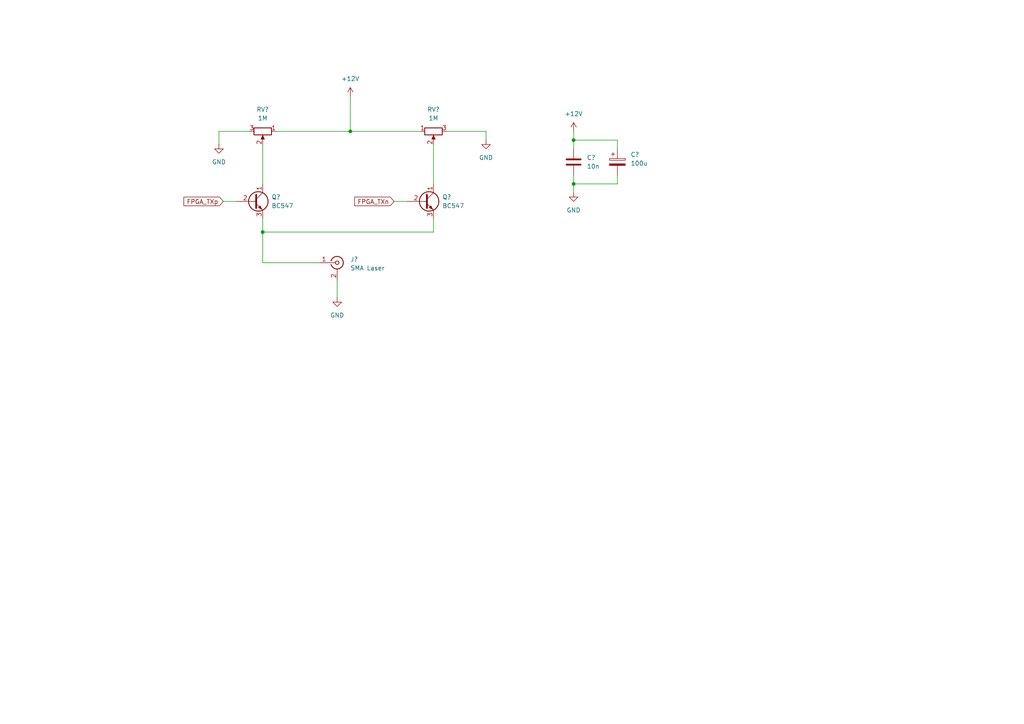
<source format=kicad_sch>
(kicad_sch (version 20211123) (generator eeschema)

  (uuid cc5c3c4b-5bfd-46c9-9ce6-535a22935ab2)

  (paper "A4")

  (lib_symbols
    (symbol "Connector:Conn_Coaxial" (pin_names (offset 1.016) hide) (in_bom yes) (on_board yes)
      (property "Reference" "J" (id 0) (at 0.254 3.048 0)
        (effects (font (size 1.27 1.27)))
      )
      (property "Value" "Conn_Coaxial" (id 1) (at 2.921 0 90)
        (effects (font (size 1.27 1.27)))
      )
      (property "Footprint" "" (id 2) (at 0 0 0)
        (effects (font (size 1.27 1.27)) hide)
      )
      (property "Datasheet" " ~" (id 3) (at 0 0 0)
        (effects (font (size 1.27 1.27)) hide)
      )
      (property "ki_keywords" "BNC SMA SMB SMC LEMO coaxial connector CINCH RCA" (id 4) (at 0 0 0)
        (effects (font (size 1.27 1.27)) hide)
      )
      (property "ki_description" "coaxial connector (BNC, SMA, SMB, SMC, Cinch/RCA, LEMO, ...)" (id 5) (at 0 0 0)
        (effects (font (size 1.27 1.27)) hide)
      )
      (property "ki_fp_filters" "*BNC* *SMA* *SMB* *SMC* *Cinch* *LEMO*" (id 6) (at 0 0 0)
        (effects (font (size 1.27 1.27)) hide)
      )
      (symbol "Conn_Coaxial_0_1"
        (arc (start -1.778 -0.508) (mid 0.2311 -1.8066) (end 1.778 0)
          (stroke (width 0.254) (type default) (color 0 0 0 0))
          (fill (type none))
        )
        (polyline
          (pts
            (xy -2.54 0)
            (xy -0.508 0)
          )
          (stroke (width 0) (type default) (color 0 0 0 0))
          (fill (type none))
        )
        (polyline
          (pts
            (xy 0 -2.54)
            (xy 0 -1.778)
          )
          (stroke (width 0) (type default) (color 0 0 0 0))
          (fill (type none))
        )
        (circle (center 0 0) (radius 0.508)
          (stroke (width 0.2032) (type default) (color 0 0 0 0))
          (fill (type none))
        )
        (arc (start 1.778 0) (mid 0.2099 1.8101) (end -1.778 0.508)
          (stroke (width 0.254) (type default) (color 0 0 0 0))
          (fill (type none))
        )
      )
      (symbol "Conn_Coaxial_1_1"
        (pin passive line (at -5.08 0 0) (length 2.54)
          (name "In" (effects (font (size 1.27 1.27))))
          (number "1" (effects (font (size 1.27 1.27))))
        )
        (pin passive line (at 0 -5.08 90) (length 2.54)
          (name "Ext" (effects (font (size 1.27 1.27))))
          (number "2" (effects (font (size 1.27 1.27))))
        )
      )
    )
    (symbol "Device:C" (pin_numbers hide) (pin_names (offset 0.254)) (in_bom yes) (on_board yes)
      (property "Reference" "C" (id 0) (at 0.635 2.54 0)
        (effects (font (size 1.27 1.27)) (justify left))
      )
      (property "Value" "C" (id 1) (at 0.635 -2.54 0)
        (effects (font (size 1.27 1.27)) (justify left))
      )
      (property "Footprint" "" (id 2) (at 0.9652 -3.81 0)
        (effects (font (size 1.27 1.27)) hide)
      )
      (property "Datasheet" "~" (id 3) (at 0 0 0)
        (effects (font (size 1.27 1.27)) hide)
      )
      (property "ki_keywords" "cap capacitor" (id 4) (at 0 0 0)
        (effects (font (size 1.27 1.27)) hide)
      )
      (property "ki_description" "Unpolarized capacitor" (id 5) (at 0 0 0)
        (effects (font (size 1.27 1.27)) hide)
      )
      (property "ki_fp_filters" "C_*" (id 6) (at 0 0 0)
        (effects (font (size 1.27 1.27)) hide)
      )
      (symbol "C_0_1"
        (polyline
          (pts
            (xy -2.032 -0.762)
            (xy 2.032 -0.762)
          )
          (stroke (width 0.508) (type default) (color 0 0 0 0))
          (fill (type none))
        )
        (polyline
          (pts
            (xy -2.032 0.762)
            (xy 2.032 0.762)
          )
          (stroke (width 0.508) (type default) (color 0 0 0 0))
          (fill (type none))
        )
      )
      (symbol "C_1_1"
        (pin passive line (at 0 3.81 270) (length 2.794)
          (name "~" (effects (font (size 1.27 1.27))))
          (number "1" (effects (font (size 1.27 1.27))))
        )
        (pin passive line (at 0 -3.81 90) (length 2.794)
          (name "~" (effects (font (size 1.27 1.27))))
          (number "2" (effects (font (size 1.27 1.27))))
        )
      )
    )
    (symbol "Device:C_Polarized" (pin_numbers hide) (pin_names (offset 0.254)) (in_bom yes) (on_board yes)
      (property "Reference" "C" (id 0) (at 0.635 2.54 0)
        (effects (font (size 1.27 1.27)) (justify left))
      )
      (property "Value" "C_Polarized" (id 1) (at 0.635 -2.54 0)
        (effects (font (size 1.27 1.27)) (justify left))
      )
      (property "Footprint" "" (id 2) (at 0.9652 -3.81 0)
        (effects (font (size 1.27 1.27)) hide)
      )
      (property "Datasheet" "~" (id 3) (at 0 0 0)
        (effects (font (size 1.27 1.27)) hide)
      )
      (property "ki_keywords" "cap capacitor" (id 4) (at 0 0 0)
        (effects (font (size 1.27 1.27)) hide)
      )
      (property "ki_description" "Polarized capacitor" (id 5) (at 0 0 0)
        (effects (font (size 1.27 1.27)) hide)
      )
      (property "ki_fp_filters" "CP_*" (id 6) (at 0 0 0)
        (effects (font (size 1.27 1.27)) hide)
      )
      (symbol "C_Polarized_0_1"
        (rectangle (start -2.286 0.508) (end 2.286 1.016)
          (stroke (width 0) (type default) (color 0 0 0 0))
          (fill (type none))
        )
        (polyline
          (pts
            (xy -1.778 2.286)
            (xy -0.762 2.286)
          )
          (stroke (width 0) (type default) (color 0 0 0 0))
          (fill (type none))
        )
        (polyline
          (pts
            (xy -1.27 2.794)
            (xy -1.27 1.778)
          )
          (stroke (width 0) (type default) (color 0 0 0 0))
          (fill (type none))
        )
        (rectangle (start 2.286 -0.508) (end -2.286 -1.016)
          (stroke (width 0) (type default) (color 0 0 0 0))
          (fill (type outline))
        )
      )
      (symbol "C_Polarized_1_1"
        (pin passive line (at 0 3.81 270) (length 2.794)
          (name "~" (effects (font (size 1.27 1.27))))
          (number "1" (effects (font (size 1.27 1.27))))
        )
        (pin passive line (at 0 -3.81 90) (length 2.794)
          (name "~" (effects (font (size 1.27 1.27))))
          (number "2" (effects (font (size 1.27 1.27))))
        )
      )
    )
    (symbol "Device:R_Potentiometer" (pin_names (offset 1.016) hide) (in_bom yes) (on_board yes)
      (property "Reference" "RV" (id 0) (at -4.445 0 90)
        (effects (font (size 1.27 1.27)))
      )
      (property "Value" "R_Potentiometer" (id 1) (at -2.54 0 90)
        (effects (font (size 1.27 1.27)))
      )
      (property "Footprint" "" (id 2) (at 0 0 0)
        (effects (font (size 1.27 1.27)) hide)
      )
      (property "Datasheet" "~" (id 3) (at 0 0 0)
        (effects (font (size 1.27 1.27)) hide)
      )
      (property "ki_keywords" "resistor variable" (id 4) (at 0 0 0)
        (effects (font (size 1.27 1.27)) hide)
      )
      (property "ki_description" "Potentiometer" (id 5) (at 0 0 0)
        (effects (font (size 1.27 1.27)) hide)
      )
      (property "ki_fp_filters" "Potentiometer*" (id 6) (at 0 0 0)
        (effects (font (size 1.27 1.27)) hide)
      )
      (symbol "R_Potentiometer_0_1"
        (polyline
          (pts
            (xy 2.54 0)
            (xy 1.524 0)
          )
          (stroke (width 0) (type default) (color 0 0 0 0))
          (fill (type none))
        )
        (polyline
          (pts
            (xy 1.143 0)
            (xy 2.286 0.508)
            (xy 2.286 -0.508)
            (xy 1.143 0)
          )
          (stroke (width 0) (type default) (color 0 0 0 0))
          (fill (type outline))
        )
        (rectangle (start 1.016 2.54) (end -1.016 -2.54)
          (stroke (width 0.254) (type default) (color 0 0 0 0))
          (fill (type none))
        )
      )
      (symbol "R_Potentiometer_1_1"
        (pin passive line (at 0 3.81 270) (length 1.27)
          (name "1" (effects (font (size 1.27 1.27))))
          (number "1" (effects (font (size 1.27 1.27))))
        )
        (pin passive line (at 3.81 0 180) (length 1.27)
          (name "2" (effects (font (size 1.27 1.27))))
          (number "2" (effects (font (size 1.27 1.27))))
        )
        (pin passive line (at 0 -3.81 90) (length 1.27)
          (name "3" (effects (font (size 1.27 1.27))))
          (number "3" (effects (font (size 1.27 1.27))))
        )
      )
    )
    (symbol "Transistor_BJT:BC547" (pin_names (offset 0) hide) (in_bom yes) (on_board yes)
      (property "Reference" "Q" (id 0) (at 5.08 1.905 0)
        (effects (font (size 1.27 1.27)) (justify left))
      )
      (property "Value" "BC547" (id 1) (at 5.08 0 0)
        (effects (font (size 1.27 1.27)) (justify left))
      )
      (property "Footprint" "Package_TO_SOT_THT:TO-92_Inline" (id 2) (at 5.08 -1.905 0)
        (effects (font (size 1.27 1.27) italic) (justify left) hide)
      )
      (property "Datasheet" "https://www.onsemi.com/pub/Collateral/BC550-D.pdf" (id 3) (at 0 0 0)
        (effects (font (size 1.27 1.27)) (justify left) hide)
      )
      (property "ki_keywords" "NPN Transistor" (id 4) (at 0 0 0)
        (effects (font (size 1.27 1.27)) hide)
      )
      (property "ki_description" "0.1A Ic, 45V Vce, Small Signal NPN Transistor, TO-92" (id 5) (at 0 0 0)
        (effects (font (size 1.27 1.27)) hide)
      )
      (property "ki_fp_filters" "TO?92*" (id 6) (at 0 0 0)
        (effects (font (size 1.27 1.27)) hide)
      )
      (symbol "BC547_0_1"
        (polyline
          (pts
            (xy 0 0)
            (xy 0.635 0)
          )
          (stroke (width 0) (type default) (color 0 0 0 0))
          (fill (type none))
        )
        (polyline
          (pts
            (xy 0.635 0.635)
            (xy 2.54 2.54)
          )
          (stroke (width 0) (type default) (color 0 0 0 0))
          (fill (type none))
        )
        (polyline
          (pts
            (xy 0.635 -0.635)
            (xy 2.54 -2.54)
            (xy 2.54 -2.54)
          )
          (stroke (width 0) (type default) (color 0 0 0 0))
          (fill (type none))
        )
        (polyline
          (pts
            (xy 0.635 1.905)
            (xy 0.635 -1.905)
            (xy 0.635 -1.905)
          )
          (stroke (width 0.508) (type default) (color 0 0 0 0))
          (fill (type none))
        )
        (polyline
          (pts
            (xy 1.27 -1.778)
            (xy 1.778 -1.27)
            (xy 2.286 -2.286)
            (xy 1.27 -1.778)
            (xy 1.27 -1.778)
          )
          (stroke (width 0) (type default) (color 0 0 0 0))
          (fill (type outline))
        )
        (circle (center 1.27 0) (radius 2.8194)
          (stroke (width 0.254) (type default) (color 0 0 0 0))
          (fill (type none))
        )
      )
      (symbol "BC547_1_1"
        (pin passive line (at 2.54 5.08 270) (length 2.54)
          (name "C" (effects (font (size 1.27 1.27))))
          (number "1" (effects (font (size 1.27 1.27))))
        )
        (pin input line (at -5.08 0 0) (length 5.08)
          (name "B" (effects (font (size 1.27 1.27))))
          (number "2" (effects (font (size 1.27 1.27))))
        )
        (pin passive line (at 2.54 -5.08 90) (length 2.54)
          (name "E" (effects (font (size 1.27 1.27))))
          (number "3" (effects (font (size 1.27 1.27))))
        )
      )
    )
    (symbol "power:+12V" (power) (pin_names (offset 0)) (in_bom yes) (on_board yes)
      (property "Reference" "#PWR" (id 0) (at 0 -3.81 0)
        (effects (font (size 1.27 1.27)) hide)
      )
      (property "Value" "+12V" (id 1) (at 0 3.556 0)
        (effects (font (size 1.27 1.27)))
      )
      (property "Footprint" "" (id 2) (at 0 0 0)
        (effects (font (size 1.27 1.27)) hide)
      )
      (property "Datasheet" "" (id 3) (at 0 0 0)
        (effects (font (size 1.27 1.27)) hide)
      )
      (property "ki_keywords" "global power" (id 4) (at 0 0 0)
        (effects (font (size 1.27 1.27)) hide)
      )
      (property "ki_description" "Power symbol creates a global label with name \"+12V\"" (id 5) (at 0 0 0)
        (effects (font (size 1.27 1.27)) hide)
      )
      (symbol "+12V_0_1"
        (polyline
          (pts
            (xy -0.762 1.27)
            (xy 0 2.54)
          )
          (stroke (width 0) (type default) (color 0 0 0 0))
          (fill (type none))
        )
        (polyline
          (pts
            (xy 0 0)
            (xy 0 2.54)
          )
          (stroke (width 0) (type default) (color 0 0 0 0))
          (fill (type none))
        )
        (polyline
          (pts
            (xy 0 2.54)
            (xy 0.762 1.27)
          )
          (stroke (width 0) (type default) (color 0 0 0 0))
          (fill (type none))
        )
      )
      (symbol "+12V_1_1"
        (pin power_in line (at 0 0 90) (length 0) hide
          (name "+12V" (effects (font (size 1.27 1.27))))
          (number "1" (effects (font (size 1.27 1.27))))
        )
      )
    )
    (symbol "power:GND" (power) (pin_names (offset 0)) (in_bom yes) (on_board yes)
      (property "Reference" "#PWR" (id 0) (at 0 -6.35 0)
        (effects (font (size 1.27 1.27)) hide)
      )
      (property "Value" "GND" (id 1) (at 0 -3.81 0)
        (effects (font (size 1.27 1.27)))
      )
      (property "Footprint" "" (id 2) (at 0 0 0)
        (effects (font (size 1.27 1.27)) hide)
      )
      (property "Datasheet" "" (id 3) (at 0 0 0)
        (effects (font (size 1.27 1.27)) hide)
      )
      (property "ki_keywords" "global power" (id 4) (at 0 0 0)
        (effects (font (size 1.27 1.27)) hide)
      )
      (property "ki_description" "Power symbol creates a global label with name \"GND\" , ground" (id 5) (at 0 0 0)
        (effects (font (size 1.27 1.27)) hide)
      )
      (symbol "GND_0_1"
        (polyline
          (pts
            (xy 0 0)
            (xy 0 -1.27)
            (xy 1.27 -1.27)
            (xy 0 -2.54)
            (xy -1.27 -1.27)
            (xy 0 -1.27)
          )
          (stroke (width 0) (type default) (color 0 0 0 0))
          (fill (type none))
        )
      )
      (symbol "GND_1_1"
        (pin power_in line (at 0 0 270) (length 0) hide
          (name "GND" (effects (font (size 1.27 1.27))))
          (number "1" (effects (font (size 1.27 1.27))))
        )
      )
    )
  )

  (junction (at 166.37 53.34) (diameter 0) (color 0 0 0 0)
    (uuid 2828adda-0697-4713-9ef7-070b798c9af4)
  )
  (junction (at 101.6 38.1) (diameter 0) (color 0 0 0 0)
    (uuid aa8a747b-39a4-4edb-97bf-f5dbb5971484)
  )
  (junction (at 166.37 40.64) (diameter 0) (color 0 0 0 0)
    (uuid d40c8948-fb14-42eb-b1ad-cdccce74b7f7)
  )
  (junction (at 76.2 67.31) (diameter 0) (color 0 0 0 0)
    (uuid f05ed698-c9c2-4b46-a555-959d96f9e72a)
  )

  (wire (pts (xy 63.5 38.1) (xy 63.5 41.91))
    (stroke (width 0) (type default) (color 0 0 0 0))
    (uuid 0877f4f7-3055-43a7-9221-6ba1b432c405)
  )
  (wire (pts (xy 166.37 40.64) (xy 166.37 43.18))
    (stroke (width 0) (type default) (color 0 0 0 0))
    (uuid 1ea21587-c783-4c1d-874b-aa4a3275d7ea)
  )
  (wire (pts (xy 97.79 81.28) (xy 97.79 86.36))
    (stroke (width 0) (type default) (color 0 0 0 0))
    (uuid 2b6598d5-332b-486a-9e3a-054f74445f25)
  )
  (wire (pts (xy 101.6 38.1) (xy 121.92 38.1))
    (stroke (width 0) (type default) (color 0 0 0 0))
    (uuid 44944fc9-5ede-48fc-a628-ee9dc8d6c57a)
  )
  (wire (pts (xy 76.2 76.2) (xy 92.71 76.2))
    (stroke (width 0) (type default) (color 0 0 0 0))
    (uuid 4497e5f9-2e80-4f88-b14b-30755c3e5e22)
  )
  (wire (pts (xy 125.73 41.91) (xy 125.73 53.34))
    (stroke (width 0) (type default) (color 0 0 0 0))
    (uuid 4558c1b4-ba8f-475e-bec9-cb5ae2d4795e)
  )
  (wire (pts (xy 76.2 67.31) (xy 125.73 67.31))
    (stroke (width 0) (type default) (color 0 0 0 0))
    (uuid 46442d49-e245-47ad-a053-65865d1380ba)
  )
  (wire (pts (xy 72.39 38.1) (xy 63.5 38.1))
    (stroke (width 0) (type default) (color 0 0 0 0))
    (uuid 48eeb32c-e725-40e4-b329-30a7346ed114)
  )
  (wire (pts (xy 129.54 38.1) (xy 140.97 38.1))
    (stroke (width 0) (type default) (color 0 0 0 0))
    (uuid 493b85c1-a6dd-4922-9929-6d7b50a77e81)
  )
  (wire (pts (xy 101.6 27.94) (xy 101.6 38.1))
    (stroke (width 0) (type default) (color 0 0 0 0))
    (uuid 6160d586-eea4-45a4-b068-043b397639ca)
  )
  (wire (pts (xy 166.37 38.1) (xy 166.37 40.64))
    (stroke (width 0) (type default) (color 0 0 0 0))
    (uuid 63fc3307-5f59-4277-8358-bb41a5cc3162)
  )
  (wire (pts (xy 166.37 53.34) (xy 166.37 55.88))
    (stroke (width 0) (type default) (color 0 0 0 0))
    (uuid 6a3c6394-4b45-43a2-a141-988c3b31d494)
  )
  (wire (pts (xy 179.07 53.34) (xy 166.37 53.34))
    (stroke (width 0) (type default) (color 0 0 0 0))
    (uuid 6e5c2974-fe5a-4fba-8364-5c04ae631e70)
  )
  (wire (pts (xy 179.07 50.8) (xy 179.07 53.34))
    (stroke (width 0) (type default) (color 0 0 0 0))
    (uuid 85b1095a-80a2-491a-9ff0-e6e34bb13293)
  )
  (wire (pts (xy 76.2 63.5) (xy 76.2 67.31))
    (stroke (width 0) (type default) (color 0 0 0 0))
    (uuid 9b34b694-692f-4835-9eca-36e64395a4e8)
  )
  (wire (pts (xy 76.2 67.31) (xy 76.2 76.2))
    (stroke (width 0) (type default) (color 0 0 0 0))
    (uuid a595f0f8-cbd2-4f7c-a101-c01cb8843e37)
  )
  (wire (pts (xy 114.3 58.42) (xy 118.11 58.42))
    (stroke (width 0) (type default) (color 0 0 0 0))
    (uuid b08a4da2-e3f4-49b1-a78a-25bf9f2f2c0e)
  )
  (wire (pts (xy 125.73 63.5) (xy 125.73 67.31))
    (stroke (width 0) (type default) (color 0 0 0 0))
    (uuid b47c975f-c334-4487-80a8-85c39a3b953b)
  )
  (wire (pts (xy 179.07 40.64) (xy 166.37 40.64))
    (stroke (width 0) (type default) (color 0 0 0 0))
    (uuid c86da1d1-5c71-4a16-9f95-60d062379860)
  )
  (wire (pts (xy 101.6 38.1) (xy 80.01 38.1))
    (stroke (width 0) (type default) (color 0 0 0 0))
    (uuid caa9c090-483e-4711-967f-d0aec667d3ef)
  )
  (wire (pts (xy 140.97 38.1) (xy 140.97 40.64))
    (stroke (width 0) (type default) (color 0 0 0 0))
    (uuid d7886739-6f0e-498e-bf0f-7df451d584a7)
  )
  (wire (pts (xy 76.2 41.91) (xy 76.2 53.34))
    (stroke (width 0) (type default) (color 0 0 0 0))
    (uuid e0e2e40d-55c6-4d8d-859c-73a49a31ece0)
  )
  (wire (pts (xy 166.37 50.8) (xy 166.37 53.34))
    (stroke (width 0) (type default) (color 0 0 0 0))
    (uuid f8115c05-4afb-43f1-8534-7be04230c706)
  )
  (wire (pts (xy 179.07 43.18) (xy 179.07 40.64))
    (stroke (width 0) (type default) (color 0 0 0 0))
    (uuid f8387313-1b0e-4ac6-b180-4563394a277e)
  )
  (wire (pts (xy 64.77 58.42) (xy 68.58 58.42))
    (stroke (width 0) (type default) (color 0 0 0 0))
    (uuid fd3b3445-ee32-4a57-9954-83852a0b830f)
  )

  (global_label "FPGA_TXp" (shape input) (at 64.77 58.42 180) (fields_autoplaced)
    (effects (font (size 1.27 1.27)) (justify right))
    (uuid 8ccaad2b-5f61-42c4-953a-b14ff678e65b)
    (property "Intersheet References" "${INTERSHEET_REFS}" (id 0) (at 53.3459 58.3406 0)
      (effects (font (size 1.27 1.27)) (justify right) hide)
    )
  )
  (global_label "FPGA_TXn" (shape input) (at 114.3 58.42 180) (fields_autoplaced)
    (effects (font (size 1.27 1.27)) (justify right))
    (uuid f8d75c21-49d7-4c0c-a98e-95938f52feaf)
    (property "Intersheet References" "${INTERSHEET_REFS}" (id 0) (at 102.8759 58.3406 0)
      (effects (font (size 1.27 1.27)) (justify right) hide)
    )
  )

  (symbol (lib_id "power:GND") (at 97.79 86.36 0) (unit 1)
    (in_bom yes) (on_board yes) (fields_autoplaced)
    (uuid 0c6ed39a-701c-41be-adfc-689bfe655b3b)
    (property "Reference" "#PWR?" (id 0) (at 97.79 92.71 0)
      (effects (font (size 1.27 1.27)) hide)
    )
    (property "Value" "GND" (id 1) (at 97.79 91.44 0))
    (property "Footprint" "" (id 2) (at 97.79 86.36 0)
      (effects (font (size 1.27 1.27)) hide)
    )
    (property "Datasheet" "" (id 3) (at 97.79 86.36 0)
      (effects (font (size 1.27 1.27)) hide)
    )
    (pin "1" (uuid c620b59f-ed57-4bb0-a610-4b95c709c5e7))
  )

  (symbol (lib_id "Device:C") (at 166.37 46.99 180) (unit 1)
    (in_bom yes) (on_board yes) (fields_autoplaced)
    (uuid 1b538f74-ab92-4585-a65b-84f8041cd586)
    (property "Reference" "C?" (id 0) (at 170.18 45.7199 0)
      (effects (font (size 1.27 1.27)) (justify right))
    )
    (property "Value" "10n" (id 1) (at 170.18 48.2599 0)
      (effects (font (size 1.27 1.27)) (justify right))
    )
    (property "Footprint" "" (id 2) (at 165.4048 43.18 0)
      (effects (font (size 1.27 1.27)) hide)
    )
    (property "Datasheet" "~" (id 3) (at 166.37 46.99 0)
      (effects (font (size 1.27 1.27)) hide)
    )
    (pin "1" (uuid 655e9a19-f17b-4890-bd7e-b8fa9a49b91e))
    (pin "2" (uuid 15173443-ce60-4d73-810a-c68451ca426f))
  )

  (symbol (lib_id "Device:R_Potentiometer") (at 125.73 38.1 90) (mirror x) (unit 1)
    (in_bom yes) (on_board yes) (fields_autoplaced)
    (uuid 25e47e93-44be-44a1-aa82-354ff90cc364)
    (property "Reference" "RV?" (id 0) (at 125.73 31.75 90))
    (property "Value" "1M" (id 1) (at 125.73 34.29 90))
    (property "Footprint" "" (id 2) (at 125.73 38.1 0)
      (effects (font (size 1.27 1.27)) hide)
    )
    (property "Datasheet" "~" (id 3) (at 125.73 38.1 0)
      (effects (font (size 1.27 1.27)) hide)
    )
    (pin "1" (uuid 09bafee8-4b93-4226-860f-6b51e99bd21d))
    (pin "2" (uuid 787d67a2-9597-4ab6-8b2b-2f4c3ae6147f))
    (pin "3" (uuid 099af11e-307b-4e54-873a-7fa04946be8a))
  )

  (symbol (lib_id "Transistor_BJT:BC547") (at 73.66 58.42 0) (unit 1)
    (in_bom yes) (on_board yes) (fields_autoplaced)
    (uuid 6e0ffea8-5386-4e8c-a54a-4c97daba7d0a)
    (property "Reference" "Q?" (id 0) (at 78.74 57.1499 0)
      (effects (font (size 1.27 1.27)) (justify left))
    )
    (property "Value" "BC547" (id 1) (at 78.74 59.6899 0)
      (effects (font (size 1.27 1.27)) (justify left))
    )
    (property "Footprint" "Package_TO_SOT_THT:TO-92_Inline" (id 2) (at 78.74 60.325 0)
      (effects (font (size 1.27 1.27) italic) (justify left) hide)
    )
    (property "Datasheet" "https://www.onsemi.com/pub/Collateral/BC550-D.pdf" (id 3) (at 73.66 58.42 0)
      (effects (font (size 1.27 1.27)) (justify left) hide)
    )
    (pin "1" (uuid bd067faa-6145-46aa-8130-46f2f78b2088))
    (pin "2" (uuid 7afb6431-0869-43bf-be2c-32ab8597abf1))
    (pin "3" (uuid 9f2ad8bc-57a2-452f-b844-aba1fc7d9031))
  )

  (symbol (lib_id "power:GND") (at 166.37 55.88 0) (unit 1)
    (in_bom yes) (on_board yes) (fields_autoplaced)
    (uuid 7124c855-e07e-454b-9e5c-ebd11f0fb0ad)
    (property "Reference" "#PWR?" (id 0) (at 166.37 62.23 0)
      (effects (font (size 1.27 1.27)) hide)
    )
    (property "Value" "GND" (id 1) (at 166.37 60.96 0))
    (property "Footprint" "" (id 2) (at 166.37 55.88 0)
      (effects (font (size 1.27 1.27)) hide)
    )
    (property "Datasheet" "" (id 3) (at 166.37 55.88 0)
      (effects (font (size 1.27 1.27)) hide)
    )
    (pin "1" (uuid 0d0addbd-97fb-494b-a5a5-2e57c5b460f7))
  )

  (symbol (lib_id "Transistor_BJT:BC547") (at 123.19 58.42 0) (unit 1)
    (in_bom yes) (on_board yes) (fields_autoplaced)
    (uuid 8d8127ef-c0d8-4ad7-9c7a-e50090195e52)
    (property "Reference" "Q?" (id 0) (at 128.27 57.1499 0)
      (effects (font (size 1.27 1.27)) (justify left))
    )
    (property "Value" "BC547" (id 1) (at 128.27 59.6899 0)
      (effects (font (size 1.27 1.27)) (justify left))
    )
    (property "Footprint" "Package_TO_SOT_THT:TO-92_Inline" (id 2) (at 128.27 60.325 0)
      (effects (font (size 1.27 1.27) italic) (justify left) hide)
    )
    (property "Datasheet" "https://www.onsemi.com/pub/Collateral/BC550-D.pdf" (id 3) (at 123.19 58.42 0)
      (effects (font (size 1.27 1.27)) (justify left) hide)
    )
    (pin "1" (uuid c40a9131-dfb6-43e7-8402-e9c33172f050))
    (pin "2" (uuid 380f491b-7db6-4b4e-bddb-da11b1174832))
    (pin "3" (uuid bace4be7-5ca2-48c8-9d92-72c1423b7c1b))
  )

  (symbol (lib_id "power:GND") (at 63.5 41.91 0) (unit 1)
    (in_bom yes) (on_board yes) (fields_autoplaced)
    (uuid a5dd958f-3681-4f56-93b2-0e1f5d031441)
    (property "Reference" "#PWR?" (id 0) (at 63.5 48.26 0)
      (effects (font (size 1.27 1.27)) hide)
    )
    (property "Value" "GND" (id 1) (at 63.5 46.99 0))
    (property "Footprint" "" (id 2) (at 63.5 41.91 0)
      (effects (font (size 1.27 1.27)) hide)
    )
    (property "Datasheet" "" (id 3) (at 63.5 41.91 0)
      (effects (font (size 1.27 1.27)) hide)
    )
    (pin "1" (uuid f6cf4474-3e84-4a1c-bf27-6f71a1eadced))
  )

  (symbol (lib_id "power:GND") (at 140.97 40.64 0) (unit 1)
    (in_bom yes) (on_board yes) (fields_autoplaced)
    (uuid aef051ad-8367-453f-aa39-d5570e27e25d)
    (property "Reference" "#PWR?" (id 0) (at 140.97 46.99 0)
      (effects (font (size 1.27 1.27)) hide)
    )
    (property "Value" "GND" (id 1) (at 140.97 45.72 0))
    (property "Footprint" "" (id 2) (at 140.97 40.64 0)
      (effects (font (size 1.27 1.27)) hide)
    )
    (property "Datasheet" "" (id 3) (at 140.97 40.64 0)
      (effects (font (size 1.27 1.27)) hide)
    )
    (pin "1" (uuid b9b29920-6bab-4cdc-b094-4310cbac73f0))
  )

  (symbol (lib_id "Device:R_Potentiometer") (at 76.2 38.1 270) (unit 1)
    (in_bom yes) (on_board yes) (fields_autoplaced)
    (uuid d63c2fbb-0914-4f36-9e53-d7539a6f24d1)
    (property "Reference" "RV?" (id 0) (at 76.2 31.75 90))
    (property "Value" "1M" (id 1) (at 76.2 34.29 90))
    (property "Footprint" "" (id 2) (at 76.2 38.1 0)
      (effects (font (size 1.27 1.27)) hide)
    )
    (property "Datasheet" "~" (id 3) (at 76.2 38.1 0)
      (effects (font (size 1.27 1.27)) hide)
    )
    (pin "1" (uuid ebe40b6f-941c-4c16-a657-d22c5d134a67))
    (pin "2" (uuid 9fc714e8-03d6-4276-b36a-afed900093c0))
    (pin "3" (uuid 37ec492e-25ba-4102-b54e-118d2637cf3f))
  )

  (symbol (lib_id "Device:C_Polarized") (at 179.07 46.99 0) (unit 1)
    (in_bom yes) (on_board yes) (fields_autoplaced)
    (uuid dc56ec01-32aa-4678-becf-2073f89d64c8)
    (property "Reference" "C?" (id 0) (at 182.88 44.8309 0)
      (effects (font (size 1.27 1.27)) (justify left))
    )
    (property "Value" "100u" (id 1) (at 182.88 47.3709 0)
      (effects (font (size 1.27 1.27)) (justify left))
    )
    (property "Footprint" "" (id 2) (at 180.0352 50.8 0)
      (effects (font (size 1.27 1.27)) hide)
    )
    (property "Datasheet" "~" (id 3) (at 179.07 46.99 0)
      (effects (font (size 1.27 1.27)) hide)
    )
    (pin "1" (uuid 92a1c569-01a7-445b-b949-b6381af62968))
    (pin "2" (uuid ebdd0962-f0be-46e3-b98a-de36529aeb86))
  )

  (symbol (lib_id "power:+12V") (at 166.37 38.1 0) (unit 1)
    (in_bom yes) (on_board yes) (fields_autoplaced)
    (uuid dcd0f812-6344-4da4-b1c0-157c25dfccc4)
    (property "Reference" "#PWR?" (id 0) (at 166.37 41.91 0)
      (effects (font (size 1.27 1.27)) hide)
    )
    (property "Value" "+12V" (id 1) (at 166.37 33.02 0))
    (property "Footprint" "" (id 2) (at 166.37 38.1 0)
      (effects (font (size 1.27 1.27)) hide)
    )
    (property "Datasheet" "" (id 3) (at 166.37 38.1 0)
      (effects (font (size 1.27 1.27)) hide)
    )
    (pin "1" (uuid f33b5a8e-573f-44f0-934a-54a76d38fb3c))
  )

  (symbol (lib_id "Connector:Conn_Coaxial") (at 97.79 76.2 0) (unit 1)
    (in_bom yes) (on_board yes) (fields_autoplaced)
    (uuid eeb89718-1c57-423e-9dc0-93ed596b4c01)
    (property "Reference" "J?" (id 0) (at 101.6 75.2231 0)
      (effects (font (size 1.27 1.27)) (justify left))
    )
    (property "Value" "SMA Laser" (id 1) (at 101.6 77.7631 0)
      (effects (font (size 1.27 1.27)) (justify left))
    )
    (property "Footprint" "" (id 2) (at 97.79 76.2 0)
      (effects (font (size 1.27 1.27)) hide)
    )
    (property "Datasheet" " ~" (id 3) (at 97.79 76.2 0)
      (effects (font (size 1.27 1.27)) hide)
    )
    (pin "1" (uuid ae4e45c2-aa38-4c49-b2dc-2b3d0d51436a))
    (pin "2" (uuid a7b5a14a-fab3-4605-bbdf-ffd0ef668370))
  )

  (symbol (lib_id "power:+12V") (at 101.6 27.94 0) (unit 1)
    (in_bom yes) (on_board yes) (fields_autoplaced)
    (uuid fc351065-a10b-4c1a-9c86-42b79cb8233d)
    (property "Reference" "#PWR?" (id 0) (at 101.6 31.75 0)
      (effects (font (size 1.27 1.27)) hide)
    )
    (property "Value" "+12V" (id 1) (at 101.6 22.86 0))
    (property "Footprint" "" (id 2) (at 101.6 27.94 0)
      (effects (font (size 1.27 1.27)) hide)
    )
    (property "Datasheet" "" (id 3) (at 101.6 27.94 0)
      (effects (font (size 1.27 1.27)) hide)
    )
    (pin "1" (uuid 8e42f7e8-4835-4267-9835-29b55da98850))
  )
)

</source>
